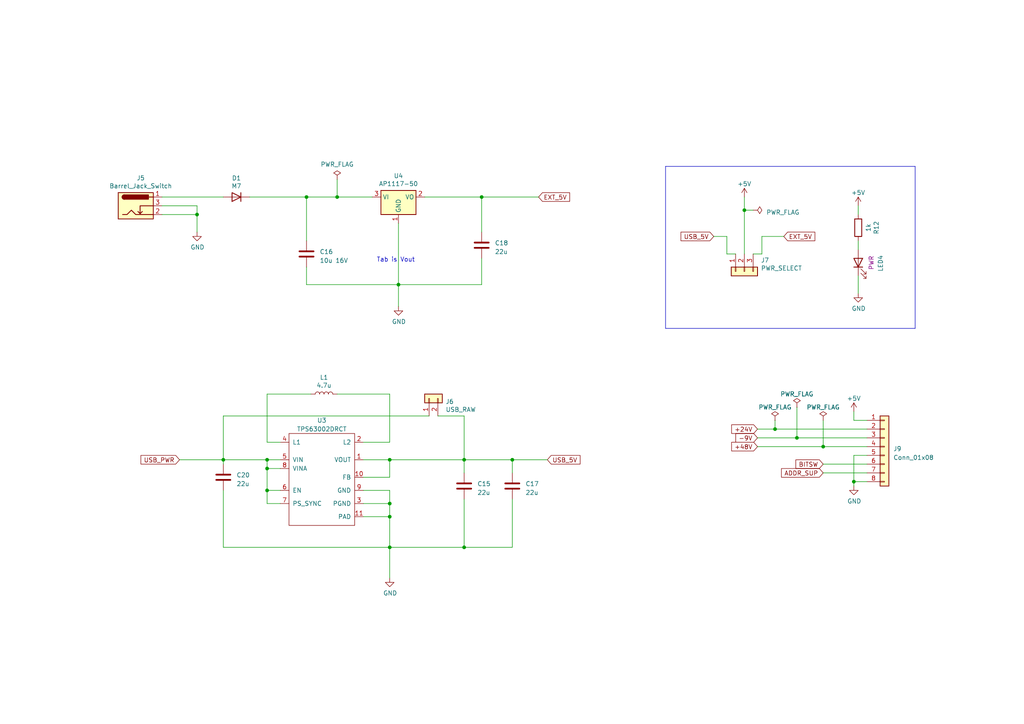
<source format=kicad_sch>
(kicad_sch (version 20230121) (generator eeschema)
  (paper "A4")
  (lib_symbols
    (symbol "CommonProjectLibrary:TPS63002DRCT" (pin_names (offset 1.016))
      (property "Reference" "U" (at -1.27 15.24 0))
      (property "Value" "TPS63002DRCT" (at 0 -19.05 0))
      (symbol "TPS63002DRCT_0_1"
        (rectangle (start -10.16 11.43) (end 8.89 -15.24))
      )
      (symbol "TPS63002DRCT_1_1"
        (pin power_out line (at 11.43 3.81 180) (length 2.54) (name "VOUT") (number "1"))
        (pin input line (at 11.43 -1.27 180) (length 2.54) (name "FB") (number "10"))
        (pin power_in line (at 11.43 -12.7 180) (length 2.54) (name "PAD") (number "11"))
        (pin input line (at 11.43 8.89 180) (length 2.54) (name "L2") (number "2"))
        (pin power_in line (at 11.43 -8.89 180) (length 2.54) (name "PGND") (number "3"))
        (pin input line (at -12.7 8.89 0) (length 2.54) (name "L1") (number "4"))
        (pin power_in line (at -12.7 3.81 0) (length 2.54) (name "VIN") (number "5"))
        (pin input line (at -12.7 -5.08 0) (length 2.54) (name "EN") (number "6"))
        (pin input line (at -12.7 -8.89 0) (length 2.54) (name "PS_SYNC") (number "7"))
        (pin input line (at -12.7 1.27 0) (length 2.54) (name "VINA") (number "8"))
        (pin power_in line (at 11.43 -5.08 180) (length 2.54) (name "GND") (number "9"))
      )
    )
    (symbol "Connector:Barrel_Jack_Switch" (pin_names hide)
      (property "Reference" "J" (at 0 5.334 0))
      (property "Value" "Barrel_Jack_Switch" (at 0 -5.08 0))
      (symbol "Barrel_Jack_Switch_0_1"
        (rectangle (start -5.08 3.81) (end 5.08 -3.81) (stroke (width 0.254)) (fill (type background)))
        (arc (start -3.302 3.175) (mid -3.9343 2.54) (end -3.302 1.905) (stroke (width 0.254)))
        (arc (start -3.302 3.175) (mid -3.9343 2.54) (end -3.302 1.905) (stroke (width 0.254)) (fill (type outline)))
        (polyline (pts (xy 1.27 -2.286) (xy 1.905 -1.651)) (stroke (width 0.254)))
        (polyline (pts (xy 5.08 2.54) (xy 3.81 2.54)) (stroke (width 0.254)))
        (polyline (pts (xy 5.08 0) (xy 1.27 0) (xy 1.27 -2.286) (xy 0.635 -1.651)) (stroke (width 0.254)))
        (polyline (pts (xy -3.81 -2.54) (xy -2.54 -2.54) (xy -1.27 -1.27) (xy 0 -2.54) (xy 2.54 -2.54) (xy 5.08 -2.54)) (stroke (width 0.254)))
        (rectangle (start 3.683 3.175) (end -3.302 1.905) (stroke (width 0.254)) (fill (type outline)))
      )
      (symbol "Barrel_Jack_Switch_1_1"
        (pin passive line (at 7.62 2.54 180) (length 2.54) (name "~") (number "1"))
        (pin passive line (at 7.62 -2.54 180) (length 2.54) (name "~") (number "2"))
        (pin passive line (at 7.62 0 180) (length 2.54) (name "~") (number "3"))
      )
    )
    (symbol "Connector_Generic:Conn_01x02" (pin_names (offset 1.016) hide)
      (property "Reference" "J" (at 0 2.54 0))
      (property "Value" "Conn_01x02" (at 0 -5.08 0))
      (symbol "Conn_01x02_1_1"
        (rectangle (start -1.27 -2.413) (end 0 -2.667) (stroke (width 0.1524)))
        (rectangle (start -1.27 0.127) (end 0 -0.127) (stroke (width 0.1524)))
        (rectangle (start -1.27 1.27) (end 1.27 -3.81) (stroke (width 0.254)) (fill (type background)))
        (pin passive line (at -5.08 0 0) (length 3.81) (name "Pin_1") (number "1"))
        (pin passive line (at -5.08 -2.54 0) (length 3.81) (name "Pin_2") (number "2"))
      )
    )
    (symbol "Connector_Generic:Conn_01x03" (pin_names (offset 1.016) hide)
      (property "Reference" "J" (at 0 5.08 0))
      (property "Value" "Conn_01x03" (at 0 -5.08 0))
      (symbol "Conn_01x03_1_1"
        (rectangle (start -1.27 -2.413) (end 0 -2.667) (stroke (width 0.1524)))
        (rectangle (start -1.27 0.127) (end 0 -0.127) (stroke (width 0.1524)))
        (rectangle (start -1.27 2.667) (end 0 2.413) (stroke (width 0.1524)))
        (rectangle (start -1.27 3.81) (end 1.27 -3.81) (stroke (width 0.254)) (fill (type background)))
        (pin passive line (at -5.08 2.54 0) (length 3.81) (name "Pin_1") (number "1"))
        (pin passive line (at -5.08 0 0) (length 3.81) (name "Pin_2") (number "2"))
        (pin passive line (at -5.08 -2.54 0) (length 3.81) (name "Pin_3") (number "3"))
      )
    )
    (symbol "Connector_Generic:Conn_01x08" (pin_names (offset 1.016) hide)
      (property "Reference" "J" (at 0 10.16 0))
      (property "Value" "Conn_01x08" (at 0 -12.7 0))
      (symbol "Conn_01x08_1_1"
        (rectangle (start -1.27 -10.033) (end 0 -10.287) (stroke (width 0.1524)))
        (rectangle (start -1.27 -7.493) (end 0 -7.747) (stroke (width 0.1524)))
        (rectangle (start -1.27 -4.953) (end 0 -5.207) (stroke (width 0.1524)))
        (rectangle (start -1.27 -2.413) (end 0 -2.667) (stroke (width 0.1524)))
        (rectangle (start -1.27 0.127) (end 0 -0.127) (stroke (width 0.1524)))
        (rectangle (start -1.27 2.667) (end 0 2.413) (stroke (width 0.1524)))
        (rectangle (start -1.27 5.207) (end 0 4.953) (stroke (width 0.1524)))
        (rectangle (start -1.27 7.747) (end 0 7.493) (stroke (width 0.1524)))
        (rectangle (start -1.27 8.89) (end 1.27 -11.43) (stroke (width 0.254)) (fill (type background)))
        (pin passive line (at -5.08 7.62 0) (length 3.81) (name "Pin_1") (number "1"))
        (pin passive line (at -5.08 5.08 0) (length 3.81) (name "Pin_2") (number "2"))
        (pin passive line (at -5.08 2.54 0) (length 3.81) (name "Pin_3") (number "3"))
        (pin passive line (at -5.08 0 0) (length 3.81) (name "Pin_4") (number "4"))
        (pin passive line (at -5.08 -2.54 0) (length 3.81) (name "Pin_5") (number "5"))
        (pin passive line (at -5.08 -5.08 0) (length 3.81) (name "Pin_6") (number "6"))
        (pin passive line (at -5.08 -7.62 0) (length 3.81) (name "Pin_7") (number "7"))
        (pin passive line (at -5.08 -10.16 0) (length 3.81) (name "Pin_8") (number "8"))
      )
    )
    (symbol "Device:C" (pin_numbers hide) (pin_names (offset 0.254))
      (property "Reference" "C" (at 0.635 2.54 0))
      (property "Value" "C" (at 0.635 -2.54 0))
      (symbol "C_0_1"
        (polyline (pts (xy -2.032 -0.762) (xy 2.032 -0.762)) (stroke (width 0.508)))
        (polyline (pts (xy -2.032 0.762) (xy 2.032 0.762)) (stroke (width 0.508)))
      )
      (symbol "C_1_1"
        (pin passive line (at 0 3.81 270) (length 2.794) (name "~") (number "1"))
        (pin passive line (at 0 -3.81 90) (length 2.794) (name "~") (number "2"))
      )
    )
    (symbol "Device:D" (pin_numbers hide) (pin_names (offset 1.016) hide)
      (property "Reference" "D" (at 0 2.54 0))
      (property "Value" "D" (at 0 -2.54 0))
      (symbol "D_0_1"
        (polyline (pts (xy -1.27 1.27) (xy -1.27 -1.27)) (stroke (width 0.254)))
        (polyline (pts (xy 1.27 0) (xy -1.27 0)))
        (polyline (pts (xy 1.27 1.27) (xy 1.27 -1.27) (xy -1.27 0) (xy 1.27 1.27)) (stroke (width 0.254)))
      )
      (symbol "D_1_1"
        (pin passive line (at -3.81 0 0) (length 2.54) (name "K") (number "1"))
        (pin passive line (at 3.81 0 180) (length 2.54) (name "A") (number "2"))
      )
    )
    (symbol "Device:L" (pin_numbers hide) (pin_names (offset 1.016) hide)
      (property "Reference" "L" (at -1.27 0 90))
      (property "Value" "L" (at 1.905 0 90))
      (symbol "L_0_1"
        (arc (start 0 -2.54) (mid 0.6323 -1.905) (end 0 -1.27))
        (arc (start 0 -1.27) (mid 0.6323 -0.635) (end 0 0))
        (arc (start 0 0) (mid 0.6323 0.635) (end 0 1.27))
        (arc (start 0 1.27) (mid 0.6323 1.905) (end 0 2.54))
      )
      (symbol "L_1_1"
        (pin passive line (at 0 3.81 270) (length 1.27) (name "1") (number "1"))
        (pin passive line (at 0 -3.81 90) (length 1.27) (name "2") (number "2"))
      )
    )
    (symbol "Device:LED" (pin_numbers hide) (pin_names (offset 1.016) hide)
      (property "Reference" "D" (at 0 2.54 0))
      (property "Value" "LED" (at 0 -2.54 0))
      (symbol "LED_0_1"
        (polyline (pts (xy -1.27 -1.27) (xy -1.27 1.27)) (stroke (width 0.254)))
        (polyline (pts (xy -1.27 0) (xy 1.27 0)))
        (polyline (pts (xy 1.27 -1.27) (xy 1.27 1.27) (xy -1.27 0) (xy 1.27 -1.27)) (stroke (width 0.254)))
        (polyline (pts (xy -3.048 -0.762) (xy -4.572 -2.286) (xy -3.81 -2.286) (xy -4.572 -2.286) (xy -4.572 -1.524)))
        (polyline (pts (xy -1.778 -0.762) (xy -3.302 -2.286) (xy -2.54 -2.286) (xy -3.302 -2.286) (xy -3.302 -1.524)))
      )
      (symbol "LED_1_1"
        (pin passive line (at -3.81 0 0) (length 2.54) (name "K") (number "1"))
        (pin passive line (at 3.81 0 180) (length 2.54) (name "A") (number "2"))
      )
    )
    (symbol "Device:R" (pin_numbers hide) (pin_names (offset 0))
      (property "Reference" "R" (at 2.032 0 90))
      (property "Value" "R" (at 0 0 90))
      (symbol "R_0_1"
        (rectangle (start -1.016 -2.54) (end 1.016 2.54) (stroke (width 0.254)))
      )
      (symbol "R_1_1"
        (pin passive line (at 0 3.81 270) (length 1.27) (name "~") (number "1"))
        (pin passive line (at 0 -3.81 90) (length 1.27) (name "~") (number "2"))
      )
    )
    (symbol "Regulator_Linear:AP1117-50"
      (property "Reference" "U" (at -3.81 3.175 0))
      (property "Value" "AP1117-50" (at 0 3.175 0))
      (symbol "AP1117-50_0_1"
        (rectangle (start -5.08 -5.08) (end 5.08 1.905) (stroke (width 0.254)) (fill (type background)))
      )
      (symbol "AP1117-50_1_1"
        (pin power_in line (at 0 -7.62 90) (length 2.54) (name "GND") (number "1"))
        (pin power_out line (at 7.62 0 180) (length 2.54) (name "VO") (number "2"))
        (pin power_in line (at -7.62 0 0) (length 2.54) (name "VI") (number "3"))
      )
    )
    (symbol "power:+5V" (power) (pin_names (offset 0))
      (property "Value" "+5V" (at 0 3.556 0))
      (symbol "+5V_0_1"
        (polyline (pts (xy -0.762 1.27) (xy 0 2.54)))
        (polyline (pts (xy 0 0) (xy 0 2.54)))
        (polyline (pts (xy 0 2.54) (xy 0.762 1.27)))
      )
      (symbol "+5V_1_1"
        (pin power_in line (at 0 0 90) (length 0) hide (name "+5V") (number "1"))
      )
    )
    (symbol "power:GND" (power) (pin_names (offset 0))
      (property "Value" "GND" (at 0 -3.81 0))
      (symbol "GND_0_1"
        (polyline (pts (xy 0 0) (xy 0 -1.27) (xy 1.27 -1.27) (xy 0 -2.54) (xy -1.27 -1.27) (xy 0 -1.27)))
      )
      (symbol "GND_1_1"
        (pin power_in line (at 0 0 270) (length 0) hide (name "GND") (number "1"))
      )
    )
    (symbol "power:PWR_FLAG" (power) (pin_numbers hide) (pin_names (offset 0) hide)
      (property "Value" "PWR_FLAG" (at 0 3.81 0))
      (symbol "PWR_FLAG_0_0"
        (pin power_out line (at 0 0 90) (length 0) (name "pwr") (number "1"))
      )
      (symbol "PWR_FLAG_0_1"
        (polyline (pts (xy 0 0) (xy 0 1.27) (xy -1.016 1.905) (xy 0 2.54) (xy 1.016 1.905) (xy 0 1.27)))
      )
    )
  )
  (junction (at 113.03 158.75))
  (junction (at 115.57 82.55))
  (junction (at 77.47 133.35))
  (junction (at 113.03 133.35))
  (junction (at 97.79 57.15))
  (junction (at 134.62 133.35))
  (junction (at 57.15 62.23))
  (junction (at 88.9 57.15))
  (junction (at 224.79 124.46))
  (junction (at 215.9 60.96))
  (junction (at 77.47 142.24))
  (junction (at 238.76 129.54))
  (junction (at 139.7 57.15))
  (junction (at 247.65 139.7))
  (junction (at 113.03 146.05))
  (junction (at 113.03 149.86))
  (junction (at 77.47 135.89))
  (junction (at 231.14 127))
  (junction (at 148.59 133.35))
  (junction (at 64.77 133.35))
  (junction (at 134.62 158.75))
  (wire (pts (xy 115.57 82.55) (xy 115.57 88.9)))
  (wire (pts (xy 231.14 127) (xy 251.46 127)))
  (wire (pts (xy 148.59 133.35) (xy 134.62 133.35)))
  (wire (pts (xy 231.14 118.11) (xy 231.14 127)))
  (wire (pts (xy 148.59 144.78) (xy 148.59 158.75)))
  (wire (pts (xy 113.03 128.27) (xy 105.41 128.27)))
  (wire (pts (xy 210.82 68.58) (xy 210.82 73.66)))
  (wire (pts (xy 113.03 158.75) (xy 113.03 167.64)))
  (wire (pts (xy 251.46 137.16) (xy 238.76 137.16)))
  (wire (pts (xy 52.07 133.35) (xy 64.77 133.35)))
  (wire (pts (xy 247.65 121.92) (xy 251.46 121.92)))
  (wire (pts (xy 77.47 142.24) (xy 77.47 135.89)))
  (wire (pts (xy 97.79 52.07) (xy 97.79 57.15)))
  (wire (pts (xy 247.65 139.7) (xy 247.65 140.97)))
  (wire (pts (xy 77.47 146.05) (xy 77.47 142.24)))
  (wire (pts (xy 247.65 119.38) (xy 247.65 121.92)))
  (wire (pts (xy 148.59 137.16) (xy 148.59 133.35)))
  (wire (pts (xy 148.59 158.75) (xy 134.62 158.75)))
  (wire (pts (xy 105.41 142.24) (xy 113.03 142.24)))
  (wire (pts (xy 97.79 57.15) (xy 107.95 57.15)))
  (polyline (pts (xy 265.43 95.25) (xy 265.43 48.26)))
  (wire (pts (xy 105.41 138.43) (xy 113.03 138.43)))
  (wire (pts (xy 46.99 62.23) (xy 57.15 62.23)))
  (wire (pts (xy 248.92 72.39) (xy 248.92 69.85)))
  (wire (pts (xy 215.9 60.96) (xy 215.9 73.66)))
  (wire (pts (xy 220.98 73.66) (xy 220.98 68.58)))
  (wire (pts (xy 218.44 60.96) (xy 215.9 60.96)))
  (wire (pts (xy 113.03 142.24) (xy 113.03 146.05)))
  (wire (pts (xy 158.75 133.35) (xy 148.59 133.35)))
  (wire (pts (xy 57.15 59.69) (xy 57.15 62.23)))
  (wire (pts (xy 218.44 73.66) (xy 220.98 73.66)))
  (wire (pts (xy 215.9 57.15) (xy 215.9 60.96)))
  (wire (pts (xy 219.71 124.46) (xy 224.79 124.46)))
  (wire (pts (xy 46.99 57.15) (xy 64.77 57.15)))
  (wire (pts (xy 77.47 114.3) (xy 77.47 128.27)))
  (wire (pts (xy 105.41 146.05) (xy 113.03 146.05)))
  (wire (pts (xy 123.19 57.15) (xy 139.7 57.15)))
  (wire (pts (xy 139.7 67.31) (xy 139.7 57.15)))
  (wire (pts (xy 139.7 74.93) (xy 139.7 82.55)))
  (wire (pts (xy 57.15 62.23) (xy 57.15 67.31)))
  (wire (pts (xy 64.77 142.24) (xy 64.77 158.75)))
  (wire (pts (xy 77.47 135.89) (xy 77.47 133.35)))
  (wire (pts (xy 113.03 114.3) (xy 113.03 128.27)))
  (wire (pts (xy 220.98 68.58) (xy 227.33 68.58)))
  (wire (pts (xy 238.76 121.92) (xy 238.76 129.54)))
  (wire (pts (xy 90.17 114.3) (xy 77.47 114.3)))
  (wire (pts (xy 210.82 73.66) (xy 213.36 73.66)))
  (wire (pts (xy 88.9 82.55) (xy 115.57 82.55)))
  (wire (pts (xy 81.28 142.24) (xy 77.47 142.24)))
  (wire (pts (xy 77.47 128.27) (xy 81.28 128.27)))
  (wire (pts (xy 134.62 144.78) (xy 134.62 158.75)))
  (wire (pts (xy 251.46 139.7) (xy 247.65 139.7)))
  (wire (pts (xy 210.82 68.58) (xy 207.01 68.58)))
  (wire (pts (xy 81.28 133.35) (xy 77.47 133.35)))
  (wire (pts (xy 251.46 134.62) (xy 238.76 134.62)))
  (wire (pts (xy 115.57 82.55) (xy 115.57 64.77)))
  (polyline (pts (xy 193.04 48.26) (xy 193.04 95.25)))
  (wire (pts (xy 251.46 132.08) (xy 247.65 132.08)))
  (wire (pts (xy 134.62 158.75) (xy 113.03 158.75)))
  (wire (pts (xy 139.7 82.55) (xy 115.57 82.55)))
  (wire (pts (xy 81.28 146.05) (xy 77.47 146.05)))
  (wire (pts (xy 72.39 57.15) (xy 88.9 57.15)))
  (wire (pts (xy 64.77 158.75) (xy 113.03 158.75)))
  (wire (pts (xy 134.62 133.35) (xy 134.62 137.16)))
  (wire (pts (xy 238.76 129.54) (xy 219.71 129.54)))
  (wire (pts (xy 127 120.65) (xy 134.62 120.65)))
  (wire (pts (xy 247.65 132.08) (xy 247.65 139.7)))
  (wire (pts (xy 248.92 85.09) (xy 248.92 80.01)))
  (wire (pts (xy 105.41 133.35) (xy 113.03 133.35)))
  (wire (pts (xy 248.92 59.69) (xy 248.92 62.23)))
  (wire (pts (xy 105.41 149.86) (xy 113.03 149.86)))
  (wire (pts (xy 251.46 129.54) (xy 238.76 129.54)))
  (wire (pts (xy 113.03 149.86) (xy 113.03 158.75)))
  (wire (pts (xy 113.03 138.43) (xy 113.03 133.35)))
  (wire (pts (xy 113.03 133.35) (xy 134.62 133.35)))
  (wire (pts (xy 64.77 133.35) (xy 64.77 134.62)))
  (wire (pts (xy 231.14 127) (xy 219.71 127)))
  (wire (pts (xy 64.77 120.65) (xy 64.77 133.35)))
  (polyline (pts (xy 265.43 48.26) (xy 193.04 48.26)))
  (wire (pts (xy 46.99 59.69) (xy 57.15 59.69)))
  (wire (pts (xy 97.79 114.3) (xy 113.03 114.3)))
  (wire (pts (xy 77.47 133.35) (xy 64.77 133.35)))
  (wire (pts (xy 224.79 121.92) (xy 224.79 124.46)))
  (wire (pts (xy 88.9 77.47) (xy 88.9 82.55)))
  (wire (pts (xy 88.9 57.15) (xy 97.79 57.15)))
  (wire (pts (xy 124.46 120.65) (xy 64.77 120.65)))
  (wire (pts (xy 156.21 57.15) (xy 139.7 57.15)))
  (wire (pts (xy 88.9 69.85) (xy 88.9 57.15)))
  (wire (pts (xy 224.79 124.46) (xy 251.46 124.46)))
  (wire (pts (xy 113.03 146.05) (xy 113.03 149.86)))
  (wire (pts (xy 81.28 135.89) (xy 77.47 135.89)))
  (wire (pts (xy 134.62 120.65) (xy 134.62 133.35)))
  (polyline (pts (xy 193.04 95.25) (xy 265.43 95.25)))
  (text "Tab is Vout" (at 109.22 76.2 0) (effects (font (size 1.27 1.27)) (justify left bottom)))
  (global_label "EXT_5V" (shape input) (at 227.33 68.58 0) (property "Intersheetrefs" "${INTERSHEET_REFS}" (effects hide)))
  (global_label "ADDR_SUP" (shape input) (at 238.76 137.16 180) (property "Intersheetrefs" "${INTERSHEET_REFS}" (effects hide)))
  (global_label "USB_PWR" (shape input) (at 52.07 133.35 180) (property "Intersheetrefs" "${INTERSHEET_REFS}" (effects hide)))
  (global_label "+24V" (shape input) (at 219.71 124.46 180) (property "Intersheetrefs" "${INTERSHEET_REFS}" (effects hide)))
  (global_label "EXT_5V" (shape input) (at 156.21 57.15 0) (property "Intersheetrefs" "${INTERSHEET_REFS}" (effects hide)))
  (global_label "USB_5V" (shape input) (at 207.01 68.58 180) (property "Intersheetrefs" "${INTERSHEET_REFS}" (effects hide)))
  (global_label "BITSW" (shape input) (at 238.76 134.62 180) (property "Intersheetrefs" "${INTERSHEET_REFS}" (effects hide)))
  (global_label "USB_5V" (shape input) (at 158.75 133.35 0) (property "Intersheetrefs" "${INTERSHEET_REFS}" (effects hide)))
  (global_label "+48V" (shape input) (at 219.71 129.54 180) (property "Intersheetrefs" "${INTERSHEET_REFS}" (effects hide)))
  (global_label "-9V" (shape input) (at 219.71 127 180) (property "Intersheetrefs" "${INTERSHEET_REFS}" (effects hide)))
  (symbol (lib_id "power:GND") (at 113.03 167.64 0) (unit 1)
    (property "Reference" "#PWR026" (effects hide))
    (property "Value" "GND" (at 113.157 172.0342 0))
    (instances (project "DataIOTest" (path "" (reference "#PWR026") (unit 1)) (path "" (reference "#PWR033") (unit 1))) (project "chiptester" (path "" (reference "#PWR?") (unit 1)) (path "" (reference "#PWR?") (unit 1)) (path "" (reference "#PWR01") (unit 1))))
  )
  (symbol (lib_id "Device:C") (at 148.59 140.97 0) (unit 1)
    (property "Reference" "C17" (at 152.4 140.335 0) (effects (justify left)))
    (property "Value" "22u" (at 152.4 142.875 0) (effects (justify left)))
    (property "Footprint" "Capacitor_SMD:C_0805_2012Metric" (effects hide))
  )
  (symbol (lib_id "power:PWR_FLAG") (at 231.14 118.11 0) (unit 1)
    (property "Reference" "#FLG03" (effects hide))
    (property "Value" "PWR_FLAG" (at 231.14 114.3 0))
  )
  (symbol (lib_id "power:PWR_FLAG") (at 224.79 121.92 0) (unit 1)
    (property "Reference" "#FLG02" (effects hide))
    (property "Value" "PWR_FLAG" (at 224.79 118.11 0))
  )
  (symbol (lib_id "Connector_Generic:Conn_01x08") (at 256.54 129.54 0) (unit 1)
    (property "Reference" "J9" (at 259.08 130.175 0) (effects (justify left)))
    (property "Value" "Conn_01x08" (at 259.08 132.715 0) (effects (justify left)))
    (property "Footprint" "Connector_PinHeader_2.54mm:PinHeader_1x08_P2.54mm_Vertical" (effects hide))
  )
  (symbol (lib_id "Device:D") (at 68.58 57.15 180) (unit 1)
    (property "Reference" "D1" (at 68.58 51.6636 0))
    (property "Value" "M7" (at 68.58 53.975 0))
    (property "Footprint" "Diode_SMD:D_SMA" (effects hide))
  )
  (symbol (lib_id "Device:LED") (at 248.92 76.2 90) (unit 1)
    (property "Reference" "LED4" (at 255.397 76.3778 0))
    (property "Value" "PWR" (effects hide))
    (property "Footprint" "LED_SMD:LED_0603_1608Metric" (effects hide))
    (property "Label" "PWR" (at 252.73 76.2 0))
    (instances (project "DataIOTest" (path "" (reference "LED4") (unit 1)) (path "" (reference "LED11") (unit 1))) (project "chiptester" (path "" (reference "LED?") (unit 1)) (path "" (reference "LED?") (unit 1)) (path "" (reference "LED3") (unit 1))))
  )
  (symbol (lib_id "power:GND") (at 57.15 67.31 0) (unit 1)
    (property "Reference" "#PWR024" (effects hide))
    (property "Value" "GND" (at 57.277 71.7042 0))
    (instances (project "DataIOTest" (path "" (reference "#PWR024") (unit 1)) (path "" (reference "#PWR032") (unit 1))) (project "chiptester" (path "" (reference "#PWR?") (unit 1)) (path "" (reference "#PWR?") (unit 1)) (path "" (reference "#PWR0132") (unit 1))))
  )
  (symbol (lib_id "power:GND") (at 115.57 88.9 0) (unit 1)
    (property "Reference" "#PWR025" (effects hide))
    (property "Value" "GND" (at 115.697 93.2942 0))
    (instances (project "DataIOTest" (path "" (reference "#PWR025") (unit 1)) (path "" (reference "#PWR034") (unit 1))) (project "chiptester" (path "" (reference "#PWR?") (unit 1)) (path "" (reference "#PWR?") (unit 1)) (path "" (reference "#PWR0131") (unit 1))))
  )
  (symbol (lib_id "Device:C") (at 64.77 138.43 0) (unit 1)
    (property "Reference" "C20" (at 68.58 137.795 0) (effects (justify left)))
    (property "Value" "22u" (at 68.58 140.335 0) (effects (justify left)))
    (property "Footprint" "Capacitor_SMD:C_0805_2012Metric" (effects hide))
  )
  (symbol (lib_id "power:PWR_FLAG") (at 97.79 52.07 0) (unit 1)
    (property "Reference" "#FLG03" (effects hide))
    (property "Value" "PWR_FLAG" (at 97.79 47.6758 0))
    (instances (project "DataIOTest" (path "" (reference "#FLG03") (unit 1)) (path "" (reference "#FLG01") (unit 1))) (project "chiptester" (path "" (reference "#FLG0103") (unit 1))))
  )
  (symbol (lib_id "Device:C") (at 139.7 71.12 0) (unit 1)
    (property "Reference" "C18" (at 143.51 70.485 0) (effects (justify left)))
    (property "Value" "22u" (at 143.51 73.025 0) (effects (justify left)))
    (property "Footprint" "Capacitor_SMD:C_0805_2012Metric" (effects hide))
  )
  (symbol (lib_id "Device:R") (at 248.92 66.04 180) (unit 1)
    (property "Reference" "R12" (at 254.1778 66.04 90))
    (property "Value" "1k" (at 251.8664 66.04 90))
    (property "Footprint" "Resistor_SMD:R_0603_1608Metric" (effects hide))
    (instances (project "DataIOTest" (path "" (reference "R12") (unit 1)) (path "" (reference "R17") (unit 1))) (project "chiptester" (path "" (reference "R?") (unit 1)) (path "" (reference "R?") (unit 1)) (path "" (reference "R106") (unit 1))))
  )
  (symbol (lib_id "power:+5V") (at 247.65 119.38 0) (unit 1)
    (property "Reference" "#PWR030" (effects hide))
    (property "Value" "+5V" (at 247.65 115.57 0))
  )
  (symbol (lib_id "power:PWR_FLAG") (at 218.44 60.96 270) (unit 1)
    (property "Reference" "#FLG05" (effects hide))
    (property "Value" "PWR_FLAG" (at 222.25 61.595 90) (effects (justify left)))
  )
  (symbol (lib_id "power:GND") (at 248.92 85.09 0) (unit 1)
    (property "Reference" "#PWR029" (effects hide))
    (property "Value" "GND" (at 249.047 89.4842 0))
    (instances (project "DataIOTest" (path "" (reference "#PWR029") (unit 1)) (path "" (reference "#PWR039") (unit 1))) (project "chiptester" (path "" (reference "#PWR?") (unit 1)) (path "" (reference "#PWR?") (unit 1)) (path "" (reference "#PWR0127") (unit 1))))
  )
  (symbol (lib_id "power:GND") (at 247.65 140.97 0) (unit 1)
    (property "Reference" "#PWR029" (effects hide))
    (property "Value" "GND" (at 247.777 145.3642 0))
    (instances (project "DataIOTest" (path "" (reference "#PWR029") (unit 1)) (path "" (reference "#PWR037") (unit 1))) (project "chiptester" (path "" (reference "#PWR?") (unit 1)) (path "" (reference "#PWR?") (unit 1)) (path "" (reference "#PWR0127") (unit 1))))
  )
  (symbol (lib_id "power:+5V") (at 248.92 59.69 0) (unit 1)
    (property "Reference" "#PWR038" (effects hide))
    (property "Value" "+5V" (at 248.92 55.88 0))
  )
  (symbol (lib_id "power:PWR_FLAG") (at 238.76 121.92 0) (unit 1)
    (property "Reference" "#FLG04" (effects hide))
    (property "Value" "PWR_FLAG" (at 238.76 118.11 0))
  )
  (symbol (lib_id "Connector:Barrel_Jack_Switch") (at 39.37 59.69 0) (unit 1)
    (property "Reference" "J5" (at 40.8178 51.6382 0))
    (property "Value" "Barrel_Jack_Switch" (at 40.8178 53.9496 0))
    (property "Footprint" "project-common:DC10A" (effects hide))
    (instances (project "DataIOTest" (path "" (reference "J5") (unit 1)) (path "" (reference "J6") (unit 1))) (project "chiptester" (path "" (reference "J2") (unit 1))))
  )
  (symbol (lib_id "Device:C") (at 134.62 140.97 0) (unit 1)
    (property "Reference" "C15" (at 138.43 140.335 0) (effects (justify left)))
    (property "Value" "22u" (at 138.43 142.875 0) (effects (justify left)))
    (property "Footprint" "Capacitor_SMD:C_0805_2012Metric" (effects hide))
  )
  (symbol (lib_id "Connector_Generic:Conn_01x03") (at 215.9 78.74 90) (mirror x) (unit 1)
    (property "Reference" "J7" (at 220.6752 75.4888 90) (effects (justify right)))
    (property "Value" "PWR_SELECT" (at 220.6752 77.8002 90) (effects (justify right)))
    (property "Footprint" "Connector_PinHeader_2.54mm:PinHeader_1x03_P2.54mm_Vertical" (effects hide))
    (instances (project "DataIOTest" (path "" (reference "J7") (unit 1)) (path "" (reference "J8") (unit 1))) (project "chiptester" (path "" (reference "J3") (unit 1))))
  )
  (symbol (lib_id "Regulator_Linear:AP1117-50") (at 115.57 57.15 0) (unit 1)
    (property "Reference" "U4" (at 115.57 51.0032 0))
    (property "Value" "AP1117-50" (at 115.57 53.3146 0))
    (property "Footprint" "Package_TO_SOT_SMD:SOT-223-3_TabPin2" (effects hide))
    (property "Datasheet" "http://www.diodes.com/datasheets/AP1117.pdf" (effects hide))
    (instances (project "DataIOTest" (path "" (reference "U4") (unit 1)) (path "" (reference "U4") (unit 1))) (project "chiptester" (path "" (reference "U3") (unit 1))))
  )
  (symbol (lib_id "Device:C") (at 88.9 73.66 0) (unit 1)
    (property "Reference" "C16" (at 92.71 73.025 0) (effects (justify left)))
    (property "Value" "10u 16V" (at 92.71 75.565 0) (effects (justify left)))
    (property "Footprint" "Capacitor_SMD:C_0805_2012Metric" (effects hide))
  )
  (symbol (lib_id "Device:L") (at 93.98 114.3 90) (unit 1)
    (property "Reference" "L1" (at 93.98 109.474 90))
    (property "Value" "4.7u" (at 93.98 111.7854 90))
    (property "Footprint" "Inductor_SMD:L_Bourns_SRN6045TA" (effects hide))
    (property "farnell" "1828000" (effects hide))
    (property "Extra" "SDR0604-4R7ML -  Power Inductor (SMD), 4.7 µH, 1.8 A, Unshielded, 3 A, SDR0604 Series, 5.8mm x 5.8mm x 4.8mm" (effects hide))
  )
  (symbol (lib_id "power:+5V") (at 215.9 57.15 0) (unit 1)
    (property "Reference" "#PWR035" (effects hide))
    (property "Value" "+5V" (at 215.9 53.34 0))
  )
  (symbol (lib_id "CommonProjectLibrary:TPS63002DRCT") (at 93.98 137.16 0) (unit 1)
    (property "Reference" "U3" (at 93.345 121.92 0))
    (property "Value" "TPS63002DRCT" (at 93.345 124.46 0))
    (property "Footprint" "Package_SON:VSON-10-1EP_3x3mm_P0.5mm_EP1.65x2.4mm" (effects hide))
  )
  (symbol (lib_id "Connector_Generic:Conn_01x02") (at 124.46 115.57 90) (unit 1)
    (property "Reference" "J6" (at 129.2352 116.4844 90) (effects (justify right)))
    (property "Value" "USB_RAW" (at 129.2352 118.7958 90) (effects (justify right)))
    (property "Footprint" "project-common:JP1_Arrow" (effects hide))
    (instances (project "DataIOTest" (path "" (reference "J6") (unit 1)) (path "" (reference "J7") (unit 1))) (project "chiptester" (path "" (reference "J6") (unit 1))))
  )
)
</source>
